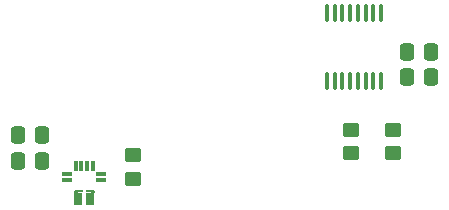
<source format=gbr>
%TF.GenerationSoftware,KiCad,Pcbnew,(6.0.7)*%
%TF.CreationDate,2024-03-23T14:20:04-04:00*%
%TF.ProjectId,single_cell_current,73696e67-6c65-45f6-9365-6c6c5f637572,rev?*%
%TF.SameCoordinates,Original*%
%TF.FileFunction,Paste,Top*%
%TF.FilePolarity,Positive*%
%FSLAX46Y46*%
G04 Gerber Fmt 4.6, Leading zero omitted, Abs format (unit mm)*
G04 Created by KiCad (PCBNEW (6.0.7)) date 2024-03-23 14:20:04*
%MOMM*%
%LPD*%
G01*
G04 APERTURE LIST*
G04 Aperture macros list*
%AMRoundRect*
0 Rectangle with rounded corners*
0 $1 Rounding radius*
0 $2 $3 $4 $5 $6 $7 $8 $9 X,Y pos of 4 corners*
0 Add a 4 corners polygon primitive as box body*
4,1,4,$2,$3,$4,$5,$6,$7,$8,$9,$2,$3,0*
0 Add four circle primitives for the rounded corners*
1,1,$1+$1,$2,$3*
1,1,$1+$1,$4,$5*
1,1,$1+$1,$6,$7*
1,1,$1+$1,$8,$9*
0 Add four rect primitives between the rounded corners*
20,1,$1+$1,$2,$3,$4,$5,0*
20,1,$1+$1,$4,$5,$6,$7,0*
20,1,$1+$1,$6,$7,$8,$9,0*
20,1,$1+$1,$8,$9,$2,$3,0*%
%AMRotRect*
0 Rectangle, with rotation*
0 The origin of the aperture is its center*
0 $1 length*
0 $2 width*
0 $3 Rotation angle, in degrees counterclockwise*
0 Add horizontal line*
21,1,$1,$2,0,0,$3*%
G04 Aperture macros list end*
%ADD10RoundRect,0.100000X-0.100000X0.637500X-0.100000X-0.637500X0.100000X-0.637500X0.100000X0.637500X0*%
%ADD11RoundRect,0.250000X-0.337500X-0.475000X0.337500X-0.475000X0.337500X0.475000X-0.337500X0.475000X0*%
%ADD12RoundRect,0.250000X0.450000X-0.350000X0.450000X0.350000X-0.450000X0.350000X-0.450000X-0.350000X0*%
%ADD13RotRect,0.282800X0.282800X135.000000*%
%ADD14R,0.600000X0.200000*%
%ADD15R,0.800000X1.070000*%
%ADD16R,0.850000X0.300000*%
%ADD17R,0.300000X0.850000*%
%ADD18RoundRect,0.250000X0.337500X0.475000X-0.337500X0.475000X-0.337500X-0.475000X0.337500X-0.475000X0*%
G04 APERTURE END LIST*
D10*
%TO.C,U7*%
X229605000Y-49842500D03*
X228955000Y-49842500D03*
X228305000Y-49842500D03*
X227655000Y-49842500D03*
X227005000Y-49842500D03*
X226355000Y-49842500D03*
X225705000Y-49842500D03*
X225055000Y-49842500D03*
X225055000Y-55567500D03*
X225705000Y-55567500D03*
X226355000Y-55567500D03*
X227005000Y-55567500D03*
X227655000Y-55567500D03*
X228305000Y-55567500D03*
X228955000Y-55567500D03*
X229605000Y-55567500D03*
%TD*%
D11*
%TO.C,CDVDD1*%
X231780000Y-53100000D03*
X233855000Y-53100000D03*
%TD*%
D12*
%TO.C,R1*%
X230600000Y-61700000D03*
X230600000Y-59700000D03*
%TD*%
%TO.C,Rpu1*%
X208650000Y-63845200D03*
X208650000Y-61845200D03*
%TD*%
D11*
%TO.C,CAVDD1*%
X231780000Y-55245000D03*
X233855000Y-55245000D03*
%TD*%
D12*
%TO.C,R2*%
X227100000Y-61700000D03*
X227100000Y-59700000D03*
%TD*%
D13*
%TO.C,U1*%
X203800000Y-65010200D03*
D14*
X204100000Y-64910200D03*
D15*
X204000000Y-65545200D03*
D13*
X205200000Y-65010200D03*
D14*
X204900000Y-64910200D03*
D15*
X205000000Y-65545200D03*
D16*
X205950000Y-63995200D03*
X205950000Y-63495200D03*
D17*
X205250000Y-62795200D03*
X204750000Y-62795200D03*
X204250000Y-62795200D03*
X203750000Y-62795200D03*
D16*
X203050000Y-63495200D03*
X203050000Y-63995200D03*
%TD*%
D18*
%TO.C,Cload1*%
X200925000Y-60190200D03*
X198850000Y-60190200D03*
%TD*%
%TO.C,CByp1*%
X200925000Y-62345200D03*
X198850000Y-62345200D03*
%TD*%
M02*

</source>
